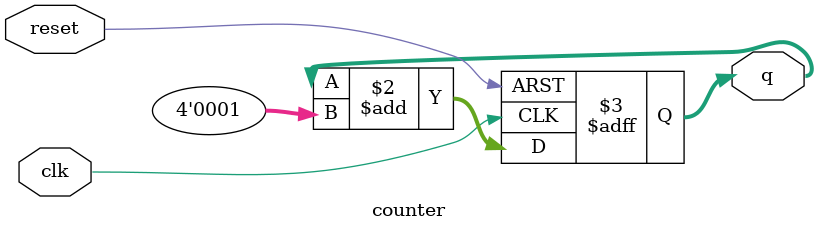
<source format=v>
module counter( 
    input clk,
    input reset,
    output reg [3:0] q
); 
// update q on the positive edge of the clock according to the following cases:
// on reset, assign q to 1
// else if q is 12, assign q to 1
// else, increment q by 1 
always @(posedge clk or posedge reset)
begin
	if (reset) 
//	begin
//	if (q == 4'b1111) 
	begin
	q = 4'b0000;
	end 
	else 
	begin
	q = q + 4'b0001;
	end 
end 
endmodule

</source>
